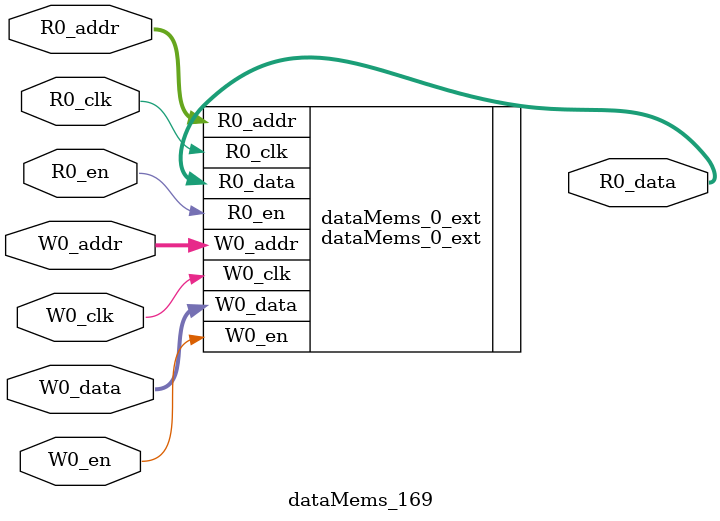
<source format=sv>
`ifndef RANDOMIZE
  `ifdef RANDOMIZE_REG_INIT
    `define RANDOMIZE
  `endif // RANDOMIZE_REG_INIT
`endif // not def RANDOMIZE
`ifndef RANDOMIZE
  `ifdef RANDOMIZE_MEM_INIT
    `define RANDOMIZE
  `endif // RANDOMIZE_MEM_INIT
`endif // not def RANDOMIZE

`ifndef RANDOM
  `define RANDOM $random
`endif // not def RANDOM

// Users can define 'PRINTF_COND' to add an extra gate to prints.
`ifndef PRINTF_COND_
  `ifdef PRINTF_COND
    `define PRINTF_COND_ (`PRINTF_COND)
  `else  // PRINTF_COND
    `define PRINTF_COND_ 1
  `endif // PRINTF_COND
`endif // not def PRINTF_COND_

// Users can define 'ASSERT_VERBOSE_COND' to add an extra gate to assert error printing.
`ifndef ASSERT_VERBOSE_COND_
  `ifdef ASSERT_VERBOSE_COND
    `define ASSERT_VERBOSE_COND_ (`ASSERT_VERBOSE_COND)
  `else  // ASSERT_VERBOSE_COND
    `define ASSERT_VERBOSE_COND_ 1
  `endif // ASSERT_VERBOSE_COND
`endif // not def ASSERT_VERBOSE_COND_

// Users can define 'STOP_COND' to add an extra gate to stop conditions.
`ifndef STOP_COND_
  `ifdef STOP_COND
    `define STOP_COND_ (`STOP_COND)
  `else  // STOP_COND
    `define STOP_COND_ 1
  `endif // STOP_COND
`endif // not def STOP_COND_

// Users can define INIT_RANDOM as general code that gets injected into the
// initializer block for modules with registers.
`ifndef INIT_RANDOM
  `define INIT_RANDOM
`endif // not def INIT_RANDOM

// If using random initialization, you can also define RANDOMIZE_DELAY to
// customize the delay used, otherwise 0.002 is used.
`ifndef RANDOMIZE_DELAY
  `define RANDOMIZE_DELAY 0.002
`endif // not def RANDOMIZE_DELAY

// Define INIT_RANDOM_PROLOG_ for use in our modules below.
`ifndef INIT_RANDOM_PROLOG_
  `ifdef RANDOMIZE
    `ifdef VERILATOR
      `define INIT_RANDOM_PROLOG_ `INIT_RANDOM
    `else  // VERILATOR
      `define INIT_RANDOM_PROLOG_ `INIT_RANDOM #`RANDOMIZE_DELAY begin end
    `endif // VERILATOR
  `else  // RANDOMIZE
    `define INIT_RANDOM_PROLOG_
  `endif // RANDOMIZE
`endif // not def INIT_RANDOM_PROLOG_

// Include register initializers in init blocks unless synthesis is set
`ifndef SYNTHESIS
  `ifndef ENABLE_INITIAL_REG_
    `define ENABLE_INITIAL_REG_
  `endif // not def ENABLE_INITIAL_REG_
`endif // not def SYNTHESIS

// Include rmemory initializers in init blocks unless synthesis is set
`ifndef SYNTHESIS
  `ifndef ENABLE_INITIAL_MEM_
    `define ENABLE_INITIAL_MEM_
  `endif // not def ENABLE_INITIAL_MEM_
`endif // not def SYNTHESIS

module dataMems_169(	// @[generators/ara/src/main/scala/UnsafeAXI4ToTL.scala:365:62]
  input  [4:0]  R0_addr,
  input         R0_en,
  input         R0_clk,
  output [66:0] R0_data,
  input  [4:0]  W0_addr,
  input         W0_en,
  input         W0_clk,
  input  [66:0] W0_data
);

  dataMems_0_ext dataMems_0_ext (	// @[generators/ara/src/main/scala/UnsafeAXI4ToTL.scala:365:62]
    .R0_addr (R0_addr),
    .R0_en   (R0_en),
    .R0_clk  (R0_clk),
    .R0_data (R0_data),
    .W0_addr (W0_addr),
    .W0_en   (W0_en),
    .W0_clk  (W0_clk),
    .W0_data (W0_data)
  );
endmodule


</source>
